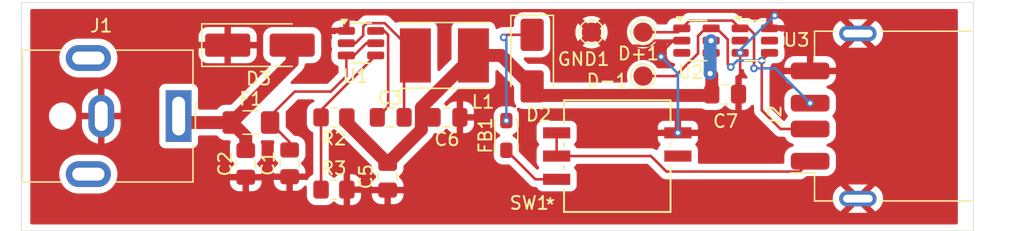
<source format=kicad_pcb>
(kicad_pcb (version 20241229) (generator "pcbnew") (generator_version "9.0")
  (layers (0 "F.Cu" signal) (2 "B.Cu" signal) (13 "F.Paste" user) (15 "B.Paste" user) (5 "F.SilkS" user "F.Silkscreen") (7 "B.SilkS" user "B.Silkscreen") (1 "F.Mask" user) (3 "B.Mask" user) (25 "Edge.Cuts" user))
  (net 0 "")
  (net 1 "Net-(U1-EN)")
  (net 2 "GND")
  (net 3 "12V")
  (net 4 "Net-(U1-BST)")
  (net 5 "Net-(U1-SW)")
  (net 6 "VBUS (5.2V)")
  (net 7 "Net-(J2-D+)")
  (net 8 "Net-(J2-D-)")
  (net 9 "Net-(D2-K)")
  (net 10 "Net-(U1-FB)")
  (net 15 "Net-(FB1-Pad1)")
  (net 16 "Net-(J2-VBUS)")
  (footprint "TestPoint:TestPoint_Pad_D1.5mm" (layer "F.Cu") (at 188 59)
    (property "Reference" "D-1" (at -2.780788 0.347817 0) (layer "F.SilkS"))
    (property "Value" "TestPoint")
    (fp_circle (center 0 0) (end 0 0.95) (stroke (width 0.12)) (fill no) (layer "F.SilkS"))
    (pad "1" smd circle (at 0 0) (size 1.5 1.5) (layers "F.Cu" "F.Mask") (net 8 "Net-(J2-D-)"))
  )
  (footprint "Package_TO_SOT_SMD:SOT-23-6" (layer "F.Cu") (at 196.6625 56.25)
    (property "Reference" "U3" (at 3.2375 -0.05 0) (layer "F.SilkS"))
    (property "Value" "USBLC6-2SC6")
    (fp_line (start 0 -1.56) (end -0.8 -1.56) (stroke (width 0.12)) (layer "F.SilkS"))
    (fp_line (start 0 -1.56) (end 0.8 -1.56) (stroke (width 0.12)) (layer "F.SilkS"))
    (fp_line (start 0 1.56) (end -0.8 1.56) (stroke (width 0.12)) (layer "F.SilkS"))
    (fp_line (start 0 1.56) (end 0.8 1.56) (stroke (width 0.12)) (layer "F.SilkS"))
    (fp_poly (pts (xy -1.3 -1.51) (xy -1.54 -1.84) (xy -1.06 -1.84)) (stroke (width 0.12)) (fill yes) (layer "F.SilkS"))
    (pad "1" smd roundrect (at -1.1375 -0.95) (size 1.325 0.6) (layers "F.Cu" "F.Mask" "F.Paste") (net 7 "Net-(J2-D+)"))
    (pad "2" smd roundrect (at -1.1375 0) (size 1.325 0.6) (layers "F.Cu" "F.Mask" "F.Paste"))
    (pad "3" smd roundrect (at -1.1375 0.95) (size 1.325 0.6) (layers "F.Cu" "F.Mask" "F.Paste") (net 2 "GND"))
    (pad "4" smd roundrect (at 1.1375 0.95) (size 1.325 0.6) (layers "F.Cu" "F.Mask" "F.Paste") (net 8 "Net-(J2-D-)"))
    (pad "5" smd roundrect (at 1.1375 0) (size 1.325 0.6) (layers "F.Cu" "F.Mask" "F.Paste"))
    (pad "6" smd roundrect (at 1.1375 -0.95) (size 1.325 0.6) (layers "F.Cu" "F.Mask" "F.Paste") (net 2 "GND"))
  )
  (footprint "Connector_USB:USB_A_Receptacle_GCT_USB1046" (layer "F.Cu") (at 208.2 62.1 90)
    (property "Reference" "J2" (at 0 -10 90) (layer "F.SilkS"))
    (property "Value" "USB_A")
    (fp_line (start 6.58 -6.91) (end 6.58 -5.26) (stroke (width 0.12)) (layer "F.SilkS"))
    (fp_line (start 4.41 -6.91) (end 6.58 -6.91) (stroke (width 0.12)) (layer "F.SilkS"))
    (fp_line (start -4.41 -6.91) (end -4.41 -8.75) (stroke (width 0.12)) (layer "F.SilkS"))
    (fp_line (start -4.41 -6.91) (end -6.58 -6.91) (stroke (width 0.12)) (layer "F.SilkS"))
    (fp_line (start -6.58 -6.91) (end -6.58 -5.26) (stroke (width 0.12)) (layer "F.SilkS"))
    (fp_line (start 6.58 -1.84) (end 6.58 5.25) (stroke (width 0.12)) (layer "F.SilkS"))
    (fp_line (start -6.58 -1.84) (end -6.58 5.25) (stroke (width 0.12)) (layer "F.SilkS"))
    (pad "1" smd roundrect (at -3.5 -7.25 90) (size 1.3 3) (layers "F.Cu" "F.Mask" "F.Paste") (net 16 "Net-(J2-VBUS)"))
    (pad "2" smd roundrect (at -1 -7.25 90) (size 1.3 3) (layers "F.Cu" "F.Mask" "F.Paste") (net 8 "Net-(J2-D-)"))
    (pad "3" smd roundrect (at 1 -7.25 90) (size 1.3 3) (layers "F.Cu" "F.Mask" "F.Paste") (net 7 "Net-(J2-D+)"))
    (pad "4" smd roundrect (at 3.5 -7.25 90) (size 1.3 3) (layers "F.Cu" "F.Mask" "F.Paste") (net 2 "GND"))
    (pad "5" thru_hole oval (at -6.4 -3.55 90) (size 1.2 2.9) (drill oval 0.6 2.3) (property pad_prop_heatsink) (layers "*.Cu" "*.Mask") (net 2 "GND"))
    (pad "5" thru_hole oval (at 6.4 -3.55 90) (size 1.2 2.9) (drill oval 0.6 2.3) (property pad_prop_heatsink) (layers "*.Cu" "*.Mask") (net 2 "GND"))
  )
  (footprint "Capacitor_SMD:C_0805_2012Metric_Pad1.18x1.45mm_HandSolder" (layer "F.Cu") (at 168.4375 62.2)
    (property "Reference" "C3" (at -0.0375 -1.5 0) (layer "F.SilkS"))
    (property "Value" "0.1 µF")
    (fp_line (start -0.261252 -0.735) (end 0.261252 -0.735) (stroke (width 0.12)) (layer "F.SilkS"))
    (fp_line (start -0.261252 0.735) (end 0.261252 0.735) (stroke (width 0.12)) (layer "F.SilkS"))
    (pad "1" smd roundrect (at -1.0375 0) (size 1.175 1.45) (layers "F.Cu" "F.Mask" "F.Paste") (roundrect_rratio 0.212766) (net 4 "Net-(U1-BST)"))
    (pad "2" smd roundrect (at 1.0375 0) (size 1.175 1.45) (layers "F.Cu" "F.Mask" "F.Paste") (roundrect_rratio 0.212766) (net 5 "Net-(U1-SW)"))
  )
  (footprint "Diode_SMD:D_SMA" (layer "F.Cu") (at 179.4 57.8 -90)
    (property "Reference" "D2" (at 4.2 -0.5 180) (layer "F.SilkS"))
    (property "Value" "SS34")
    (fp_line (start -3.51 1.65) (end 2 1.65) (stroke (width 0.12)) (layer "F.SilkS"))
    (fp_line (start -3.51 -1.65) (end -3.51 1.65) (stroke (width 0.12)) (layer "F.SilkS"))
    (fp_line (start -3.51 -1.65) (end 2 -1.65) (stroke (width 0.12)) (layer "F.SilkS"))
    (pad "1" smd roundrect (at -2 0 270) (size 2.5 1.8) (layers "F.Cu" "F.Mask" "F.Paste") (roundrect_rratio 0.1388888889) (net 9 "Net-(D2-K)"))
    (pad "2" smd roundrect (at 2 0 270) (size 2.5 1.8) (layers "F.Cu" "F.Mask" "F.Paste") (roundrect_rratio 0.1388888889) (net 6 "VBUS (5.2V)"))
  )
  (footprint "TestPoint:TestPoint_Pad_D1.5mm" (layer "F.Cu") (at 188 55.6)
    (property "Reference" "D+1" (at -0.357112 1.657656 0) (layer "F.SilkS"))
    (property "Value" "TestPoint")
    (fp_circle (center 0 0) (end 0 0.95) (stroke (width 0.12)) (fill no) (layer "F.SilkS"))
    (pad "1" smd circle (at 0 0) (size 1.5 1.5) (layers "F.Cu" "F.Mask") (net 7 "Net-(J2-D+)"))
  )
  (footprint "Resistor_SMD:R_0805_2012Metric_Pad1.20x1.40mm_HandSolder" (layer "F.Cu") (at 164.0375 62.2 180)
    (property "Reference" "R2" (at 0 -1.65 0) (layer "F.SilkS"))
    (property "Value" "110K")
    (fp_line (start -0.227064 0.735) (end 0.227064 0.735) (stroke (width 0.12)) (layer "F.SilkS"))
    (fp_line (start -0.227064 -0.735) (end 0.227064 -0.735) (stroke (width 0.12)) (layer "F.SilkS"))
    (pad "1" smd roundrect (at -1 0 180) (size 1.2 1.4) (layers "F.Cu" "F.Mask" "F.Paste") (roundrect_rratio 0.208333) (net 6 "VBUS (5.2V)"))
    (pad "2" smd roundrect (at 1 0 180) (size 1.2 1.4) (layers "F.Cu" "F.Mask" "F.Paste") (roundrect_rratio 0.208333) (net 10 "Net-(U1-FB)"))
  )
  (footprint "Fuse:Fuse_1206_3216Metric_Pad1.42x1.75mm_HandSolder" (layer "F.Cu") (at 157.6 62.6)
    (property "Reference" "F1" (at 0 -1.83 0) (layer "F.SilkS"))
    (property "Value" "1206L300")
    (fp_line (start -0.602064 -0.91) (end 0.602064 -0.91) (stroke (width 0.12)) (layer "F.SilkS"))
    (fp_line (start -0.602064 0.91) (end 0.602064 0.91) (stroke (width 0.12)) (layer "F.SilkS"))
    (pad "1" smd roundrect (at -1.4875 0) (size 1.425 1.75) (layers "F.Cu" "F.Mask" "F.Paste") (roundrect_rratio 0.175439) (net 3 "12V"))
    (pad "2" smd roundrect (at 1.4875 0) (size 1.425 1.75) (layers "F.Cu" "F.Mask" "F.Paste") (roundrect_rratio 0.175439) (net 1 "Net-(U1-EN)"))
  )
  (footprint "Capacitor_SMD:C_0805_2012Metric_Pad1.18x1.45mm_HandSolder" (layer "F.Cu") (at 160.6 65.7625 90)
    (property "Reference" "C1" (at 0 -1.68 90) (layer "F.SilkS"))
    (property "Value" "10 µF")
    (fp_line (start -0.261252 -0.735) (end 0.261252 -0.735) (stroke (width 0.12)) (layer "F.SilkS"))
    (fp_line (start -0.261252 0.735) (end 0.261252 0.735) (stroke (width 0.12)) (layer "F.SilkS"))
    (pad "1" smd roundrect (at -1.0375 0 90) (size 1.175 1.45) (layers "F.Cu" "F.Mask" "F.Paste") (roundrect_rratio 0.212766) (net 2 "GND"))
    (pad "2" smd roundrect (at 1.0375 0 90) (size 1.175 1.45) (layers "F.Cu" "F.Mask" "F.Paste") (roundrect_rratio 0.212766) (net 1 "Net-(U1-EN)"))
  )
  (footprint "Connector_BarrelJack:BarrelJack_CUI_PJ-063AH_Horizontal" (layer "F.Cu") (at 152 62.1 -90)
    (property "Reference" "J1" (at -7 6 0) (layer "F.SilkS"))
    (property "Value" "Barrel_Jack")
    (fp_line (start -5.11 12.11) (end -5.11 9.05) (stroke (width 0.12)) (layer "F.SilkS"))
    (fp_line (start 5.11 12.11) (end -5.11 12.11) (stroke (width 0.12)) (layer "F.SilkS"))
    (fp_line (start 5.11 9.05) (end 5.11 12.11) (stroke (width 0.12)) (layer "F.SilkS"))
    (fp_line (start -5.11 4.95) (end -5.11 -1.11) (stroke (width 0.12)) (layer "F.SilkS"))
    (fp_line (start -5.11 -1.11) (end -2.3 -1.11) (stroke (width 0.12)) (layer "F.SilkS"))
    (fp_line (start 2.3 -1.11) (end 5.11 -1.11) (stroke (width 0.12)) (layer "F.SilkS"))
    (fp_line (start 5.11 -1.11) (end 5.11 4.95) (stroke (width 0.12)) (layer "F.SilkS"))
    (fp_line (start -1 -1.3) (end 1 -1.3) (stroke (width 0.12)) (layer "F.SilkS"))
    (pad "" np_thru_hole circle (at 0 9 270) (size 1.6 1.6) (drill 1.6) (layers "*.Cu" "*.Mask"))
    (pad "1" thru_hole rect (at 0 0 270) (size 4 2) (drill oval 3 1) (layers "*.Cu" "*.Mask") (net 3 "12V"))
    (pad "2" thru_hole oval (at 0 6 270) (size 3.3 2) (drill oval 2.3 1) (layers "*.Cu" "*.Mask") (net 2 "GND"))
    (pad "MP" thru_hole oval (at -4.5 7 270) (size 2 3.5) (drill oval 1 2.5) (layers "*.Cu" "*.Mask"))
    (pad "MP" thru_hole oval (at 4.5 7 270) (size 2 3.5) (drill oval 1 2.5) (layers "*.Cu" "*.Mask"))
  )
  (footprint "Capacitor_SMD:C_0805_2012Metric_Pad1.18x1.45mm_HandSolder" (layer "F.Cu") (at 157.2 65.8 -90)
    (property "Reference" "C2" (at 0 1.6 90) (layer "F.SilkS"))
    (property "Value" "10 µF")
    (fp_line (start -0.261252 0.735) (end 0.261252 0.735) (stroke (width 0.12)) (layer "F.SilkS"))
    (fp_line (start -0.261252 -0.735) (end 0.261252 -0.735) (stroke (width 0.12)) (layer "F.SilkS"))
    (pad "1" smd roundrect (at -1.0375 0 270) (size 1.175 1.45) (layers "F.Cu" "F.Mask" "F.Paste") (roundrect_rratio 0.212766) (net 3 "12V"))
    (pad "2" smd roundrect (at 1.0375 0 270) (size 1.175 1.45) (layers "F.Cu" "F.Mask" "F.Paste") (roundrect_rratio 0.212766) (net 2 "GND"))
  )
  (footprint "Resistor_SMD:R_0805_2012Metric_Pad1.20x1.40mm_HandSolder" (layer "F.Cu") (at 164.0375 67.8)
    (property "Reference" "R3" (at 0 -1.65 0) (layer "F.SilkS"))
    (property "Value" "18.7K")
    (fp_line (start -0.227064 -0.735) (end 0.227064 -0.735) (stroke (width 0.12)) (layer "F.SilkS"))
    (fp_line (start -0.227064 0.735) (end 0.227064 0.735) (stroke (width 0.12)) (layer "F.SilkS"))
    (pad "1" smd roundrect (at -1 0) (size 1.2 1.4) (layers "F.Cu" "F.Mask" "F.Paste") (roundrect_rratio 0.208333) (net 10 "Net-(U1-FB)"))
    (pad "2" smd roundrect (at 1 0) (size 1.2 1.4) (layers "F.Cu" "F.Mask" "F.Paste") (roundrect_rratio 0.208333) (net 2 "GND"))
  )
  (footprint "Capacitor_SMD:C_0805_2012Metric_Pad1.18x1.45mm_HandSolder" (layer "F.Cu") (at 168.2 66.8 90)
    (property "Reference" "C5" (at 0 -1.68 90) (layer "F.SilkS"))
    (property "Value" "100 µF")
    (fp_line (start -0.261252 -0.735) (end 0.261252 -0.735) (stroke (width 0.12)) (layer "F.SilkS"))
    (fp_line (start -0.261252 0.735) (end 0.261252 0.735) (stroke (width 0.12)) (layer "F.SilkS"))
    (pad "1" smd roundrect (at -1.0375 0 90) (size 1.175 1.45) (layers "F.Cu" "F.Mask" "F.Paste") (roundrect_rratio 0.212766) (net 2 "GND"))
    (pad "2" smd roundrect (at 1.0375 0 90) (size 1.175 1.45) (layers "F.Cu" "F.Mask" "F.Paste") (roundrect_rratio 0.212766) (net 6 "VBUS (5.2V)"))
  )
  (footprint "Diode_SMD:D_SMA_Handsoldering" (layer "F.Cu") (at 158.3 56.6)
    (property "Reference" "D3" (at -0.1 2.6 0) (layer "F.SilkS"))
    (property "Value" "SMAJ12A")
    (fp_line (start -4.51 -1.65) (end -4.51 1.65) (stroke (width 0.12)) (layer "F.SilkS"))
    (fp_line (start -4.51 -1.65) (end 2.5 -1.65) (stroke (width 0.12)) (layer "F.SilkS"))
    (fp_line (start -4.51 1.65) (end 2.5 1.65) (stroke (width 0.12)) (layer "F.SilkS"))
    (pad "1" smd roundrect (at -2.5 0) (size 3.5 1.8) (layers "F.Cu" "F.Mask" "F.Paste") (roundrect_rratio 0.1388888889) (net 2 "GND"))
    (pad "2" smd roundrect (at 2.5 0) (size 3.5 1.8) (layers "F.Cu" "F.Mask" "F.Paste") (roundrect_rratio 0.1388888889) (net 3 "12V"))
  )
  (footprint "TestPoint:TestPoint_Pad_D1.5mm" (layer "F.Cu") (at 184 55.6)
    (property "Reference" "GND1" (at -0.613788 2.089155 0) (layer "F.SilkS"))
    (property "Value" "TestPoint")
    (fp_circle (center 0 0) (end 0 0.95) (stroke (width 0.12)) (fill no) (layer "F.SilkS"))
    (pad "1" smd circle (at 0 0) (size 1.5 1.5) (layers "F.Cu" "F.Mask") (net 2 "GND"))
  )
  (footprint "Inductor_SMD:L_Taiyo-Yuden_NR-50xx_HandSoldering" (layer "F.Cu") (at 172.6 57.4)
    (property "Reference" "L1" (at 3 3.6 0) (layer "F.SilkS"))
    (property "Value" "3.3  µH")
    (fp_line (start -3.45 -2.55) (end 3.45 -2.55) (stroke (width 0.12)) (layer "F.SilkS"))
    (fp_line (start -3.45 2.55) (end 3.45 2.55) (stroke (width 0.12)) (layer "F.SilkS"))
    (pad "1" smd rect (at -2.25 0) (size 2.4 4.2) (layers "F.Cu" "F.Mask" "F.Paste") (net 5 "Net-(U1-SW)"))
    (pad "2" smd rect (at 2.25 0) (size 2.4 4.2) (layers "F.Cu" "F.Mask" "F.Paste") (net 6 "VBUS (5.2V)"))
  )
  (footprint "Package_TO_SOT_SMD:TSOT-23-6" (layer "F.Cu") (at 166.1375 56.45)
    (property "Reference" "U1" (at -0.4375 2.55 0) (layer "F.SilkS"))
    (property "Value" "AP62300WU")
    (fp_line (start 0 -1.56) (end -0.8 -1.56) (stroke (width 0.12)) (layer "F.SilkS"))
    (fp_line (start 0 -1.56) (end 0.8 -1.56) (stroke (width 0.12)) (layer "F.SilkS"))
    (fp_line (start 0 1.56) (end -0.8 1.56) (stroke (width 0.12)) (layer "F.SilkS"))
    (fp_line (start 0 1.56) (end 0.8 1.56) (stroke (width 0.12)) (layer "F.SilkS"))
    (fp_poly (pts (xy -1.3 -1.51) (xy -1.54 -1.84) (xy -1.06 -1.84)) (stroke (width 0.12)) (fill yes) (layer "F.SilkS"))
    (pad "1" smd roundrect (at -1.1375 -0.95) (size 1.325 0.6) (layers "F.Cu" "F.Mask" "F.Paste") (net 2 "GND"))
    (pad "2" smd roundrect (at -1.1375 0) (size 1.325 0.6) (layers "F.Cu" "F.Mask" "F.Paste") (net 5 "Net-(U1-SW)"))
    (pad "3" smd roundrect (at -1.1375 0.95) (size 1.325 0.6) (layers "F.Cu" "F.Mask" "F.Paste") (net 1 "Net-(U1-EN)"))
    (pad "4" smd roundrect (at 1.1375 0.95) (size 1.325 0.6) (layers "F.Cu" "F.Mask" "F.Paste") (net 10 "Net-(U1-FB)"))
    (pad "5" smd roundrect (at 1.1375 0) (size 1.325 0.6) (layers "F.Cu" "F.Mask" "F.Paste") (net 1 "Net-(U1-EN)"))
    (pad "6" smd roundrect (at 1.1375 -0.95) (size 1.325 0.6) (layers "F.Cu" "F.Mask" "F.Paste") (net 4 "Net-(U1-BST)"))
  )
  (footprint "switch:SOP5_K8BU41_CNK" (layer "F.Cu") (at 186 65.2)
    (property "Reference" "SW1" (at -6.820083 3.637221 0) (layer "F.SilkS"))
    (property "Value" "SW_SPST_LED")
    (fp_line (start -4.1275 -4.3307) (end -4.1275 -2.564539) (stroke (width 0.1524)) (layer "F.SilkS"))
    (fp_line (start -4.1275 -1.035459) (end -4.1275 -0.76454) (stroke (width 0.1524)) (layer "F.SilkS"))
    (fp_line (start -4.1275 0.76454) (end -4.1275 1.035459) (stroke (width 0.1524)) (layer "F.SilkS"))
    (fp_line (start -4.1275 2.564539) (end -4.1275 4.3307) (stroke (width 0.1524)) (layer "F.SilkS"))
    (fp_line (start -4.1275 4.3307) (end 4.1275 4.3307) (stroke (width 0.1524)) (layer "F.SilkS"))
    (fp_line (start 4.1275 -4.3307) (end -4.1275 -4.3307) (stroke (width 0.1524)) (layer "F.SilkS"))
    (fp_line (start 4.1275 -2.564539) (end 4.1275 -4.3307) (stroke (width 0.1524)) (layer "F.SilkS"))
    (fp_line (start 4.1275 -0.76454) (end 4.1275 -1.035459) (stroke (width 0.1524)) (layer "F.SilkS"))
    (fp_line (start 4.1275 4.3307) (end 4.1275 0.76454) (stroke (width 0.1524)) (layer "F.SilkS"))
    (fp_text user "*" (at -5.2 3.8 0) (layer "F.SilkS"))
    (pad "1" smd rect (at -4.699 1.799999) (size 2.1082 0.8636) (layers "F.Cu" "F.Mask" "F.Paste") (net 15 "Net-(FB1-Pad1)"))
    (pad "2" smd rect (at -4.699 0) (size 2.1082 0.8636) (layers "F.Cu" "F.Mask" "F.Paste") (net 16 "Net-(J2-VBUS)"))
    (pad "3" smd rect (at -4.699 -1.799999) (size 2.1082 0.8636) (layers "F.Cu" "F.Mask" "F.Paste") (net 16 "Net-(J2-VBUS)"))
    (pad "4" smd rect (at 4.699 -1.799999) (size 2.1082 0.8636) (layers "F.Cu" "F.Mask" "F.Paste") (net 2 "GND"))
    (pad "5" smd rect (at 4.699 0) (size 2.1082 0.8636) (layers "F.Cu" "F.Mask" "F.Paste"))
  )
  (footprint "Capacitor_SMD:C_0805_2012Metric_Pad1.18x1.45mm_HandSolder" (layer "F.Cu") (at 194.3625 60.4)
    (property "Reference" "C7" (at 0.0375 2.1 0) (layer "F.SilkS"))
    (property "Value" "0.1 µF")
    (fp_line (start -0.261252 -0.735) (end 0.261252 -0.735) (stroke (width 0.12)) (layer "F.SilkS"))
    (fp_line (start -0.261252 0.735) (end 0.261252 0.735) (stroke (width 0.12)) (layer "F.SilkS"))
    (pad "1" smd roundrect (at -1.0375 0) (size 1.175 1.45) (layers "F.Cu" "F.Mask" "F.Paste") (roundrect_rratio 0.212766) (net 6 "VBUS (5.2V)"))
    (pad "2" smd roundrect (at 1.0375 0) (size 1.175 1.45) (layers "F.Cu" "F.Mask" "F.Paste") (roundrect_rratio 0.212766) (net 2 "GND"))
  )
  (footprint "Capacitor_SMD:C_0805_2012Metric_Pad1.18x1.45mm_HandSolder" (layer "F.Cu") (at 172.7625 62.2)
    (property "Reference" "C6" (at 0.0375 1.7 0) (layer "F.SilkS"))
    (property "Value" "100 µF")
    (fp_line (start -0.261252 -0.735) (end 0.261252 -0.735) (stroke (width 0.12)) (layer "F.SilkS"))
    (fp_line (start -0.261252 0.735) (end 0.261252 0.735) (stroke (width 0.12)) (layer "F.SilkS"))
    (pad "1" smd roundrect (at -1.0375 0) (size 1.175 1.45) (layers "F.Cu" "F.Mask" "F.Paste") (roundrect_rratio 0.212766) (net 6 "VBUS (5.2V)"))
    (pad "2" smd roundrect (at 1.0375 0) (size 1.175 1.45) (layers "F.Cu" "F.Mask" "F.Paste") (roundrect_rratio 0.212766) (net 2 "GND"))
  )
  (footprint "Inductor_SMD:L_Walsin_WLFM201209x" (layer "F.Cu") (at 177.4 63.6 90)
    (property "Reference" "FB1" (at 0 -1.625 90) (layer "F.SilkS"))
    (property "Value" "742792022")
    (fp_line (start 1.26 -0.885) (end 1.26 -0.735) (stroke (width 0.12)) (layer "F.SilkS"))
    (fp_line (start -1.26 -0.885) (end 1.26 -0.885) (stroke (width 0.12)) (layer "F.SilkS"))
    (fp_line (start -1.26 -0.885) (end -1.26 -0.735) (stroke (width 0.12)) (layer "F.SilkS"))
    (fp_line (start 1.26 0.885) (end 1.26 0.735) (stroke (width 0.12)) (layer "F.SilkS"))
    (fp_line (start -1.26 0.885) (end -1.26 0.735) (stroke (width 0.12)) (layer "F.SilkS"))
    (fp_line (start -1.26 0.885) (end 1.26 0.885) (stroke (width 0.12)) (layer "F.SilkS"))
    (pad "1" smd roundrect (at -1.15 0 90) (size 1.2 0.95) (layers "F.Cu" "F.Mask" "F.Paste") (net 15 "Net-(FB1-Pad1)"))
    (pad "2" smd roundrect (at 1.15 0 90) (size 1.2 0.95) (layers "F.Cu" "F.Mask" "F.Paste") (net 9 "Net-(D2-K)"))
  )
  (footprint "Package_TO_SOT_SMD:SOT-23-6" (layer "F.Cu") (at 192.1375 56.25)
    (property "Reference" "U2" (at -0.4375 2.45 0) (layer "F.SilkS"))
    (property "Value" "TPS2514A")
    (fp_line (start 0 -1.56) (end -0.8 -1.56) (stroke (width 0.12)) (layer "F.SilkS"))
    (fp_line (start 0 -1.56) (end 0.8 -1.56) (stroke (width 0.12)) (layer "F.SilkS"))
    (fp_line (start 0 1.56) (end -0.8 1.56) (stroke (width 0.12)) (layer "F.SilkS"))
    (fp_line (start 0 1.56) (end 0.8 1.56) (stroke (width 0.12)) (layer "F.SilkS"))
    (fp_poly (pts (xy -1.3 -1.51) (xy -1.54 -1.84) (xy -1.06 -1.84)) (stroke (width 0.12)) (fill yes) (layer "F.SilkS"))
    (pad "1" smd roundrect (at -1.1375 -0.95) (size 1.325 0.6) (layers "F.Cu" "F.Mask" "F.Paste") (net 7 "Net-(J2-D+)"))
    (pad "2" smd roundrect (at -1.1375 0) (size 1.325 0.6) (layers "F.Cu" "F.Mask" "F.Paste") (net 2 "GND"))
    (pad "3" smd roundrect (at -1.1375 0.95) (size 1.325 0.6) (layers "F.Cu" "F.Mask" "F.Paste"))
    (pad "4" smd roundrect (at 1.1375 0.95) (size 1.325 0.6) (layers "F.Cu" "F.Mask" "F.Paste"))
    (pad "5" smd roundrect (at 1.1375 0) (size 1.325 0.6) (layers "F.Cu" "F.Mask" "F.Paste") (net 6 "VBUS (5.2V)"))
    (pad "6" smd roundrect (at 1.1375 -0.95) (size 1.325 0.6) (layers "F.Cu" "F.Mask" "F.Paste") (net 8 "Net-(J2-D-)"))
  )
  (gr_line (start 139.8 71) (end 213.6 71) (stroke (width 0.05)) (layer "Edge.Cuts"))
  (gr_line (start 139.8 53.3) (end 213.6 53.3) (stroke (width 0.05)) (layer "Edge.Cuts"))
  (gr_line (start 139.8 53.3) (end 139.8 71) (stroke (width 0.05)) (layer "Edge.Cuts"))
  (gr_line (start 213.6 71) (end 213.6 53.3) (stroke (width 0.05)) (layer "Edge.Cuts"))
  (segment (start 165 59) (end 163.8 60.2) (width 0.2) (layer "F.Cu") (net 1))
  (segment (start 161 60.2) (end 159.0875 62.1125) (width 0.2) (layer "F.Cu") (net 1))
  (segment (start 166.55 56.45) (end 167.275 56.45) (width 0.2) (layer "F.Cu") (net 1))
  (segment (start 165 57.4) (end 165.6 57.4) (width 0.2) (layer "F.Cu") (net 1))
  (segment (start 160.6 64.725) (end 160.6 64.1125) (width 0.2) (layer "F.Cu") (net 1))
  (segment (start 163.8 60.2) (end 161 60.2) (width 0.2) (layer "F.Cu") (net 1))
  (segment (start 159.0875 62.1125) (end 159.0875 62.6) (width 0.2) (layer "F.Cu") (net 1))
  (segment (start 160.6 64.1125) (end 159.0875 62.6) (width 0.2) (layer "F.Cu") (net 1))
  (segment (start 165.6 57.4) (end 166.55 56.45) (width 0.2) (layer "F.Cu") (net 1))
  (segment (start 165 57.4) (end 165 59) (width 0.2) (layer "F.Cu") (net 1))
  (segment (start 197.8 54.7) (end 198.2 54.3) (width 0.2) (layer "F.Cu") (net 2))
  (segment (start 190.337501 56.25) (end 189.4 57.187501) (width 0.2) (layer "F.Cu") (net 2))
  (segment (start 197.8 55.3) (end 197.8 54.7) (width 0.2) (layer "F.Cu") (net 2))
  (segment (start 188.836339 56.25) (end 188.435339 56.651) (width 0.2) (layer "F.Cu") (net 2))
  (segment (start 191 56.25) (end 188.836339 56.25) (width 0.2) (layer "F.Cu") (net 2))
  (segment (start 188.435339 56.651) (end 185.051 56.651) (width 0.2) (layer "F.Cu") (net 2))
  (segment (start 185.051 56.651) (end 184 55.6) (width 0.2) (layer "F.Cu") (net 2))
  (segment (start 195.525 57.2) (end 195.525 60.275) (width 0.2) (layer "F.Cu") (net 2))
  (segment (start 191 56.25) (end 190.337501 56.25) (width 0.2) (layer "F.Cu") (net 2))
  (segment (start 197.445532 55.3) (end 197.8 55.3) (width 0.2) (layer "F.Cu") (net 2))
  (segment (start 189.4 57.187501) (end 189.4 57.5) (width 0.2) (layer "F.Cu") (net 2))
  (segment (start 195.525 60.275) (end 195.4 60.4) (width 0.2) (layer "F.Cu") (net 2))
  (via (at 189.4 57.5) (size 0.6) (drill 0.3) (layers "F.Cu" "B.Cu") (net 2))
  (via (at 190.699 63.400001) (size 0.6) (drill 0.3) (layers "F.Cu" "B.Cu") (net 2))
  (via (at 195.525 57.2) (size 0.6) (drill 0.3) (layers "F.Cu" "B.Cu") (net 2))
  (via (at 198.2 54.3) (size 0.6) (drill 0.3) (layers "F.Cu" "B.Cu") (net 2))
  (segment (start 198.2 54.3) (end 195.525 56.975) (width 0.2) (layer "B.Cu") (net 2))
  (segment (start 190.699 58.799) (end 190.699 63.400001) (width 0.2) (layer "B.Cu") (net 2))
  (segment (start 195.525 56.975) (end 195.525 57.2) (width 0.2) (layer "B.Cu") (net 2))
  (segment (start 189.4 57.5) (end 190.699 58.799) (width 0.2) (layer "B.Cu") (net 2))
  (segment (start 156.1125 62.6) (end 152.5 62.6) (width 1) (layer "F.Cu") (net 3))
  (segment (start 152.5 62.6) (end 152 62.1) (width 1) (layer "F.Cu") (net 3))
  (segment (start 157.2 64.7625) (end 157.2 63.6875) (width 1) (layer "F.Cu") (net 3))
  (segment (start 157.2 63.6875) (end 156.1125 62.6) (width 1) (layer "F.Cu") (net 3))
  (segment (start 160.8 56.6) (end 160.8 57.9125) (width 1) (layer "F.Cu") (net 3))
  (segment (start 160.8 57.9125) (end 156.1125 62.6) (width 1) (layer "F.Cu") (net 3))
  (segment (start 168.2385 55.801001) (end 167.937499 55.5) (width 0.2) (layer "F.Cu") (net 4))
  (segment (start 167.4 62.2) (end 168.2385 61.3615) (width 0.2) (layer "F.Cu") (net 4))
  (segment (start 167.937499 55.5) (end 167.275 55.5) (width 0.2) (layer "F.Cu") (net 4))
  (segment (start 168.2385 61.3615) (end 168.2385 55.801001) (width 0.2) (layer "F.Cu") (net 4))
  (segment (start 165 56.45) (end 165.702468 56.45) (width 0.2) (layer "F.Cu") (net 5))
  (segment (start 167.978468 54.899) (end 170.35 57.270532) (width 0.2) (layer "F.Cu") (net 5))
  (segment (start 170.35 57.270532) (end 170.35 57.4) (width 0.2) (layer "F.Cu") (net 5))
  (segment (start 166.3115 55.840968) (end 166.3115 55.159032) (width 0.2) (layer "F.Cu") (net 5))
  (segment (start 169.475 58.275) (end 170.35 57.4) (width 0.2) (layer "F.Cu") (net 5))
  (segment (start 165.702468 56.45) (end 166.3115 55.840968) (width 0.2) (layer "F.Cu") (net 5))
  (segment (start 166.571532 54.899) (end 167.978468 54.899) (width 0.2) (layer "F.Cu") (net 5))
  (segment (start 169.475 62.2) (end 169.475 58.275) (width 0.2) (layer "F.Cu") (net 5))
  (segment (start 166.3115 55.159032) (end 166.571532 54.899) (width 0.2) (layer "F.Cu") (net 5))
  (segment (start 180.101 60.501) (end 193.224 60.501) (width 1) (layer "F.Cu") (net 6))
  (segment (start 170.8135 61.4365) (end 174.85 57.4) (width 1) (layer "F.Cu") (net 6))
  (segment (start 193.325 58.925) (end 193.2 58.8) (width 1) (layer "F.Cu") (net 6))
  (segment (start 174.85 57.4) (end 175.501 58.051) (width 1) (layer "F.Cu") (net 6))
  (segment (start 170.8135 63.149) (end 170.8135 61.4365) (width 1) (layer "F.Cu") (net 6))
  (segment (start 174.85 57.4) (end 174.85 57.8875) (width 1) (layer "F.Cu") (net 6))
  (segment (start 165.0375 62.2) (end 165.0375 62.6) (width 1) (layer "F.Cu") (net 6))
  (segment (start 165.0375 62.6) (end 168.2 65.7625) (width 1) (layer "F.Cu") (net 6))
  (segment (start 179.4 59.8) (end 180.101 60.501) (width 1) (layer "F.Cu") (net 6))
  (segment (start 177 57.4) (end 179.4 59.8) (width 1) (layer "F.Cu") (net 6))
  (segment (start 174.85 57.4) (end 177 57.4) (width 1) (layer "F.Cu") (net 6))
  (segment (start 193.224 60.501) (end 193.325 60.4) (width 1) (layer "F.Cu") (net 6))
  (segment (start 193.325 60.4) (end 193.325 58.925) (width 1) (layer "F.Cu") (net 6))
  (segment (start 168.2 65.7625) (end 170.8135 63.149) (width 1) (layer "F.Cu") (net 6))
  (via (at 193.275 56.25) (size 0.8) (drill 0.4) (layers "F.Cu" "B.Cu") (net 6))
  (via (at 193.2 58.8) (size 0.8) (drill 0.4) (layers "F.Cu" "B.Cu") (net 6))
  (segment (start 193.2 58.8) (end 193.2 56.325) (width 1) (layer "B.Cu") (net 6))
  (segment (start 193.2 56.325) (end 193.275 56.25) (width 1) (layer "B.Cu") (net 6))
  (segment (start 191.6 54.7) (end 194.925 54.7) (width 0.2) (layer "F.Cu") (net 7))
  (segment (start 191 55.3) (end 191.6 54.7) (width 0.2) (layer "F.Cu") (net 7))
  (segment (start 188 55.6) (end 190.7 55.6) (width 0.2) (layer "F.Cu") (net 7))
  (segment (start 196.599 55.711501) (end 196.599 58.4) (width 0.2) (layer "F.Cu") (net 7))
  (segment (start 194.925 54.7) (end 195.525 55.3) (width 0.2) (layer "F.Cu") (net 7))
  (segment (start 196.187499 55.3) (end 196.599 55.711501) (width 0.2) (layer "F.Cu") (net 7))
  (segment (start 195.525 55.3) (end 196.187499 55.3) (width 0.2) (layer "F.Cu") (net 7))
  (segment (start 190.7 55.6) (end 191 55.3) (width 0.2) (layer "F.Cu") (net 7))
  (via (at 196.599 58.4) (size 0.6) (drill 0.3) (layers "F.Cu" "B.Cu") (net 7))
  (via (at 200.95 61.1) (size 0.6) (drill 0.3) (layers "F.Cu" "B.Cu") (net 7))
  (segment (start 198.25 58.4) (end 200.95 61.1) (width 0.2) (layer "B.Cu") (net 7))
  (segment (start 196.599 58.4) (end 198.25 58.4) (width 0.2) (layer "B.Cu") (net 7))
  (segment (start 198.650001 63.1) (end 200.95 63.1) (width 0.2) (layer "F.Cu") (net 8))
  (segment (start 197.199 61.648999) (end 197.199 57.801) (width 0.2) (layer "F.Cu") (net 8))
  (segment (start 192.2615 55.888322) (end 192.849822 55.3) (width 0.2) (layer "F.Cu") (net 8))
  (segment (start 197.199 61.648999) (end 198.650001 63.1) (width 0.2) (layer "F.Cu") (net 8))
  (segment (start 192.849822 55.3) (end 193.275 55.3) (width 0.2) (layer "F.Cu") (net 8))
  (segment (start 197.199 57.801) (end 197.8 57.2) (width 0.2) (layer "F.Cu") (net 8))
  (segment (start 190.504468 59) (end 192.2615 57.242968) (width 0.2) (layer "F.Cu") (net 8))
  (segment (start 192.2615 57.242968) (end 192.2615 55.888322) (width 0.2) (layer "F.Cu") (net 8))
  (segment (start 188 59) (end 190.504468 59) (width 0.2) (layer "F.Cu") (net 8))
  (segment (start 193.275 55.3) (end 193.700178 55.3) (width 0.2) (layer "F.Cu") (net 8))
  (segment (start 193.700178 55.3) (end 194.5615 56.161322) (width 0.2) (layer "F.Cu") (net 8))
  (segment (start 194.5615 58.0615) (end 194.8 58.3) (width 0.2) (layer "F.Cu") (net 8))
  (segment (start 194.5615 56.161322) (end 194.5615 58.0615) (width 0.2) (layer "F.Cu") (net 8))
  (via (at 197.199 57.8) (size 0.6) (drill 0.3) (layers "F.Cu" "B.Cu") (net 8))
  (via (at 194.8 58.3) (size 0.6) (drill 0.3) (layers "F.Cu" "B.Cu") (net 8))
  (segment (start 195.3 57.8) (end 197.199 57.8) (width 0.2) (layer "B.Cu") (net 8))
  (segment (start 194.8 58.3) (end 195.3 57.8) (width 0.2) (layer "B.Cu") (net 8))
  (segment (start 177.4 55.8) (end 177.2 56) (width 0.2) (layer "F.Cu") (net 9))
  (segment (start 179.4 55.8) (end 177.4 55.8) (width 0.2) (layer "F.Cu") (net 9))
  (via (at 177.2 56) (size 0.6) (drill 0.3) (layers "F.Cu" "B.Cu") (net 9))
  (via (at 177.4 62.45) (size 0.6) (drill 0.3) (layers "F.Cu" "B.Cu") (net 9))
  (segment (start 177.2 56) (end 177.4 56.2) (width 0.2) (layer "B.Cu") (net 9))
  (segment (start 177.4 56.2) (end 177.4 62.45) (width 0.2) (layer "B.Cu") (net 9))
  (segment (start 163.0375 61.6375) (end 163.0375 62.2) (width 0.2) (layer "F.Cu") (net 10))
  (segment (start 167.275 57.4) (end 163.0375 61.6375) (width 0.2) (layer "F.Cu") (net 10))
  (segment (start 163.0375 67.8) (end 163.0375 62.2) (width 0.2) (layer "F.Cu") (net 10))
  (segment (start 177.4 64.75) (end 179.649999 66.999999) (width 0.2) (layer "F.Cu") (net 15))
  (segment (start 179.649999 66.999999) (end 181.301 66.999999) (width 0.2) (layer "F.Cu") (net 15))
  (segment (start 189.8111 66.4) (end 188.6111 65.2) (width 0.2) (layer "F.Cu") (net 16))
  (segment (start 200.15 66.4) (end 200.95 65.6) (width 0.2) (layer "F.Cu") (net 16))
  (segment (start 189.8111 66.4) (end 200.15 66.4) (width 0.2) (layer "F.Cu") (net 16))
  (segment (start 181.301 63.400001) (end 181.301 65.2) (width 0.2) (layer "F.Cu") (net 16))
  (segment (start 188.6111 65.2) (end 181.301 65.2) (width 0.2) (layer "F.Cu") (net 16))
  (zone (net 2) (net_name "GND") (layer "F.Cu") (connect_pads (clearance 0.5)) (min_thickness 0.25) (fill yes (thermal_gap 0.5) (thermal_bridge_width 0.5) (island_removal_mode 2) (island_area_min 25))
    (polygon (pts (xy 212.4 53.6) (xy 212.4 70.51537) (xy 140.5 70.70917) (xy 140.5 53.6)))
  )
)
</source>
